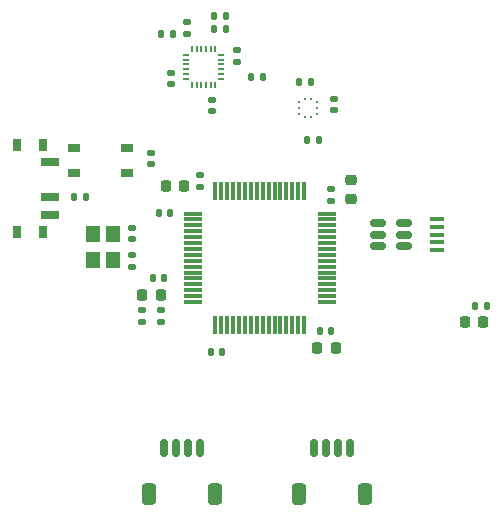
<source format=gbr>
%TF.GenerationSoftware,KiCad,Pcbnew,9.0.1*%
%TF.CreationDate,2025-06-12T22:27:34-04:00*%
%TF.ProjectId,STM32_FlightController,53544d33-325f-4466-9c69-676874436f6e,rev?*%
%TF.SameCoordinates,Original*%
%TF.FileFunction,Paste,Top*%
%TF.FilePolarity,Positive*%
%FSLAX46Y46*%
G04 Gerber Fmt 4.6, Leading zero omitted, Abs format (unit mm)*
G04 Created by KiCad (PCBNEW 9.0.1) date 2025-06-12 22:27:34*
%MOMM*%
%LPD*%
G01*
G04 APERTURE LIST*
G04 Aperture macros list*
%AMRoundRect*
0 Rectangle with rounded corners*
0 $1 Rounding radius*
0 $2 $3 $4 $5 $6 $7 $8 $9 X,Y pos of 4 corners*
0 Add a 4 corners polygon primitive as box body*
4,1,4,$2,$3,$4,$5,$6,$7,$8,$9,$2,$3,0*
0 Add four circle primitives for the rounded corners*
1,1,$1+$1,$2,$3*
1,1,$1+$1,$4,$5*
1,1,$1+$1,$6,$7*
1,1,$1+$1,$8,$9*
0 Add four rect primitives between the rounded corners*
20,1,$1+$1,$2,$3,$4,$5,0*
20,1,$1+$1,$4,$5,$6,$7,0*
20,1,$1+$1,$6,$7,$8,$9,0*
20,1,$1+$1,$8,$9,$2,$3,0*%
G04 Aperture macros list end*
%ADD10RoundRect,0.135000X-0.185000X0.135000X-0.185000X-0.135000X0.185000X-0.135000X0.185000X0.135000X0*%
%ADD11RoundRect,0.135000X-0.135000X-0.185000X0.135000X-0.185000X0.135000X0.185000X-0.135000X0.185000X0*%
%ADD12RoundRect,0.150000X-0.150000X-0.625000X0.150000X-0.625000X0.150000X0.625000X-0.150000X0.625000X0*%
%ADD13RoundRect,0.250000X-0.350000X-0.650000X0.350000X-0.650000X0.350000X0.650000X-0.350000X0.650000X0*%
%ADD14R,1.300000X0.450000*%
%ADD15RoundRect,0.140000X-0.140000X-0.170000X0.140000X-0.170000X0.140000X0.170000X-0.140000X0.170000X0*%
%ADD16RoundRect,0.135000X0.135000X0.185000X-0.135000X0.185000X-0.135000X-0.185000X0.135000X-0.185000X0*%
%ADD17R,0.800000X1.000000*%
%ADD18R,1.500000X0.700000*%
%ADD19RoundRect,0.140000X0.170000X-0.140000X0.170000X0.140000X-0.170000X0.140000X-0.170000X-0.140000X0*%
%ADD20RoundRect,0.050000X-0.225000X-0.050000X0.225000X-0.050000X0.225000X0.050000X-0.225000X0.050000X0*%
%ADD21RoundRect,0.050000X0.050000X-0.225000X0.050000X0.225000X-0.050000X0.225000X-0.050000X-0.225000X0*%
%ADD22RoundRect,0.218750X0.218750X0.256250X-0.218750X0.256250X-0.218750X-0.256250X0.218750X-0.256250X0*%
%ADD23RoundRect,0.140000X-0.170000X0.140000X-0.170000X-0.140000X0.170000X-0.140000X0.170000X0.140000X0*%
%ADD24RoundRect,0.225000X0.250000X-0.225000X0.250000X0.225000X-0.250000X0.225000X-0.250000X-0.225000X0*%
%ADD25RoundRect,0.140000X0.140000X0.170000X-0.140000X0.170000X-0.140000X-0.170000X0.140000X-0.170000X0*%
%ADD26R,0.250000X0.275000*%
%ADD27R,0.275000X0.250000*%
%ADD28RoundRect,0.075000X-0.700000X-0.075000X0.700000X-0.075000X0.700000X0.075000X-0.700000X0.075000X0*%
%ADD29RoundRect,0.075000X-0.075000X-0.700000X0.075000X-0.700000X0.075000X0.700000X-0.075000X0.700000X0*%
%ADD30RoundRect,0.225000X0.225000X0.250000X-0.225000X0.250000X-0.225000X-0.250000X0.225000X-0.250000X0*%
%ADD31R,0.990600X0.711200*%
%ADD32R,1.200000X1.400000*%
%ADD33RoundRect,0.225000X-0.225000X-0.250000X0.225000X-0.250000X0.225000X0.250000X-0.225000X0.250000X0*%
%ADD34RoundRect,0.150000X0.512500X0.150000X-0.512500X0.150000X-0.512500X-0.150000X0.512500X-0.150000X0*%
G04 APERTURE END LIST*
D10*
%TO.C,R1*%
X29862500Y-17477500D03*
X29862500Y-18497500D03*
%TD*%
D11*
%TO.C,R10*%
X20252500Y-32287500D03*
X21272500Y-32287500D03*
%TD*%
D12*
%TO.C,J4*%
X40612500Y-53587500D03*
X41612500Y-53587500D03*
X42612500Y-53587500D03*
X43612500Y-53587500D03*
D13*
X39312500Y-57462500D03*
X44912500Y-57462500D03*
%TD*%
D14*
%TO.C,J1*%
X51007500Y-36787500D03*
X51007500Y-36137500D03*
X51007500Y-35487500D03*
X51007500Y-34837500D03*
X51007500Y-34187500D03*
%TD*%
D15*
%TO.C,C4*%
X41082500Y-43687500D03*
X42042500Y-43687500D03*
%TD*%
D16*
%TO.C,R9*%
X55232500Y-41537500D03*
X54212500Y-41537500D03*
%TD*%
D17*
%TO.C,SW2*%
X17642500Y-27937500D03*
X15432500Y-27937500D03*
X17642500Y-35237500D03*
X15432500Y-35237500D03*
D18*
X18292500Y-29337500D03*
X18292500Y-32337500D03*
X18292500Y-33837500D03*
%TD*%
D19*
%TO.C,C10*%
X28462500Y-22767500D03*
X28462500Y-21807500D03*
%TD*%
D15*
%TO.C,C8*%
X26940000Y-39187500D03*
X27900000Y-39187500D03*
%TD*%
D20*
%TO.C,U2*%
X29762500Y-20287500D03*
X29762500Y-20687500D03*
X29762500Y-21087500D03*
X29762500Y-21487500D03*
X29762500Y-21887500D03*
X29762500Y-22287500D03*
D21*
X30262500Y-22787500D03*
X30662500Y-22787500D03*
X31062500Y-22787500D03*
X31462500Y-22787500D03*
X31862500Y-22787500D03*
X32262500Y-22787500D03*
D20*
X32762500Y-22287500D03*
X32762500Y-21887500D03*
X32762500Y-21487500D03*
X32762500Y-21087500D03*
X32762500Y-20687500D03*
X32762500Y-20287500D03*
D21*
X32262500Y-19787500D03*
X31862500Y-19787500D03*
X31462500Y-19787500D03*
X31062500Y-19787500D03*
X30662500Y-19787500D03*
X30262500Y-19787500D03*
%TD*%
D22*
%TO.C,FB1*%
X27650000Y-40587500D03*
X26075000Y-40587500D03*
%TD*%
D23*
%TO.C,C7*%
X27650000Y-41912500D03*
X27650000Y-42872500D03*
%TD*%
D24*
%TO.C,C14*%
X43762500Y-32462500D03*
X43762500Y-30912500D03*
%TD*%
D23*
%TO.C,C23*%
X26812500Y-28557500D03*
X26812500Y-29517500D03*
%TD*%
D25*
%TO.C,C15*%
X40312500Y-22562500D03*
X39352500Y-22562500D03*
%TD*%
D11*
%TO.C,R8*%
X40042500Y-27512500D03*
X41062500Y-27512500D03*
%TD*%
D12*
%TO.C,J3*%
X27912500Y-53587500D03*
X28912500Y-53587500D03*
X29912500Y-53587500D03*
X30912500Y-53587500D03*
D13*
X26612500Y-57462500D03*
X32212500Y-57462500D03*
%TD*%
D19*
%TO.C,C11*%
X34062500Y-20847500D03*
X34062500Y-19887500D03*
%TD*%
D26*
%TO.C,U7*%
X40312500Y-24025000D03*
X39812500Y-24025000D03*
D27*
X39300000Y-24287500D03*
X39300000Y-24787500D03*
X39300000Y-25287500D03*
D26*
X39812500Y-25550000D03*
X40312500Y-25550000D03*
D27*
X40825000Y-25287500D03*
X40825000Y-24787500D03*
X40825000Y-24287500D03*
%TD*%
D16*
%TO.C,R2*%
X28672500Y-18487500D03*
X27652500Y-18487500D03*
%TD*%
D28*
%TO.C,U3*%
X30337500Y-33712500D03*
X30337500Y-34212500D03*
X30337500Y-34712500D03*
X30337500Y-35212500D03*
X30337500Y-35712500D03*
X30337500Y-36212500D03*
X30337500Y-36712500D03*
X30337500Y-37212500D03*
X30337500Y-37712500D03*
X30337500Y-38212500D03*
X30337500Y-38712500D03*
X30337500Y-39212500D03*
X30337500Y-39712500D03*
X30337500Y-40212500D03*
X30337500Y-40712500D03*
X30337500Y-41212500D03*
D29*
X32262500Y-43137500D03*
X32762500Y-43137500D03*
X33262500Y-43137500D03*
X33762500Y-43137500D03*
X34262500Y-43137500D03*
X34762500Y-43137500D03*
X35262500Y-43137500D03*
X35762500Y-43137500D03*
X36262500Y-43137500D03*
X36762500Y-43137500D03*
X37262500Y-43137500D03*
X37762500Y-43137500D03*
X38262500Y-43137500D03*
X38762500Y-43137500D03*
X39262500Y-43137500D03*
X39762500Y-43137500D03*
D28*
X41687500Y-41212500D03*
X41687500Y-40712500D03*
X41687500Y-40212500D03*
X41687500Y-39712500D03*
X41687500Y-39212500D03*
X41687500Y-38712500D03*
X41687500Y-38212500D03*
X41687500Y-37712500D03*
X41687500Y-37212500D03*
X41687500Y-36712500D03*
X41687500Y-36212500D03*
X41687500Y-35712500D03*
X41687500Y-35212500D03*
X41687500Y-34712500D03*
X41687500Y-34212500D03*
X41687500Y-33712500D03*
D29*
X39762500Y-31787500D03*
X39262500Y-31787500D03*
X38762500Y-31787500D03*
X38262500Y-31787500D03*
X37762500Y-31787500D03*
X37262500Y-31787500D03*
X36762500Y-31787500D03*
X36262500Y-31787500D03*
X35762500Y-31787500D03*
X35262500Y-31787500D03*
X34762500Y-31787500D03*
X34262500Y-31787500D03*
X33762500Y-31787500D03*
X33262500Y-31787500D03*
X32762500Y-31787500D03*
X32262500Y-31787500D03*
%TD*%
D19*
%TO.C,C2*%
X30962500Y-31442500D03*
X30962500Y-30482500D03*
%TD*%
D23*
%TO.C,C12*%
X31987500Y-24107500D03*
X31987500Y-25067500D03*
%TD*%
D30*
%TO.C,C1*%
X29637500Y-31362500D03*
X28087500Y-31362500D03*
%TD*%
D25*
%TO.C,C5*%
X32817500Y-45437500D03*
X31857500Y-45437500D03*
%TD*%
D22*
%TO.C,D2*%
X54950000Y-42887500D03*
X53375000Y-42887500D03*
%TD*%
D25*
%TO.C,C9*%
X28412500Y-33662500D03*
X27452500Y-33662500D03*
%TD*%
D11*
%TO.C,R7*%
X32132500Y-18087500D03*
X33152500Y-18087500D03*
%TD*%
D19*
%TO.C,C3*%
X42012500Y-32622500D03*
X42012500Y-31662500D03*
%TD*%
D31*
%TO.C,SW1*%
X20312499Y-28137501D03*
X24812501Y-28137501D03*
X20312499Y-30287499D03*
X24812501Y-30287499D03*
%TD*%
D23*
%TO.C,C6*%
X26062500Y-41912500D03*
X26062500Y-42872500D03*
%TD*%
%TO.C,C22*%
X25212500Y-37252500D03*
X25212500Y-38212500D03*
%TD*%
D19*
%TO.C,C21*%
X25212500Y-35892500D03*
X25212500Y-34932500D03*
%TD*%
D32*
%TO.C,Y1*%
X21887500Y-35462500D03*
X21887500Y-37662500D03*
X23587500Y-37662500D03*
X23587500Y-35462500D03*
%TD*%
D16*
%TO.C,R6*%
X33152500Y-16987500D03*
X32132500Y-16987500D03*
%TD*%
D33*
%TO.C,C13*%
X40887500Y-45112500D03*
X42437500Y-45112500D03*
%TD*%
D16*
%TO.C,R5*%
X36322500Y-22112500D03*
X35302500Y-22112500D03*
%TD*%
D34*
%TO.C,U4*%
X48262500Y-36437500D03*
X48262500Y-35487500D03*
X48262500Y-34537500D03*
X45987500Y-34537500D03*
X45987500Y-35487500D03*
X45987500Y-36437500D03*
%TD*%
D23*
%TO.C,C16*%
X42262500Y-23982500D03*
X42262500Y-24942500D03*
%TD*%
M02*

</source>
